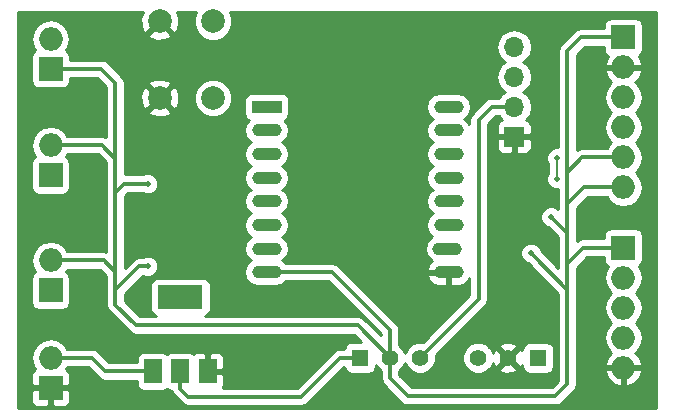
<source format=gbr>
G04 #@! TF.FileFunction,Copper,L2,Bot,Signal*
%FSLAX46Y46*%
G04 Gerber Fmt 4.6, Leading zero omitted, Abs format (unit mm)*
G04 Created by KiCad (PCBNEW 4.0.7-e2-6376~58~ubuntu16.04.1) date Thu Jan 18 15:28:59 2018*
%MOMM*%
%LPD*%
G01*
G04 APERTURE LIST*
%ADD10C,0.100000*%
%ADD11O,1.998980X1.998980*%
%ADD12R,1.998980X1.998980*%
%ADD13R,1.700000X1.700000*%
%ADD14O,1.700000X1.700000*%
%ADD15R,1.397000X1.397000*%
%ADD16C,1.397000*%
%ADD17R,2.500000X1.100000*%
%ADD18O,2.500000X1.100000*%
%ADD19C,2.000000*%
%ADD20R,3.800000X2.000000*%
%ADD21R,1.500000X2.000000*%
%ADD22C,0.508000*%
%ADD23C,0.152400*%
%ADD24C,0.300000*%
%ADD25C,0.254000*%
G04 APERTURE END LIST*
D10*
D11*
X181250000Y-84250000D03*
D12*
X181250000Y-86790000D03*
D11*
X181250000Y-111250000D03*
D12*
X181250000Y-113790000D03*
D11*
X229750000Y-109540000D03*
D12*
X229750000Y-101920000D03*
D11*
X229750000Y-104460000D03*
X229750000Y-107000000D03*
X229750000Y-112080000D03*
X229750000Y-91750000D03*
D12*
X229750000Y-84130000D03*
D11*
X229750000Y-86670000D03*
X229750000Y-89210000D03*
X229750000Y-94290000D03*
X229750000Y-96830000D03*
X181250000Y-93250000D03*
D12*
X181250000Y-95790000D03*
D11*
X181250000Y-103000000D03*
D12*
X181250000Y-105540000D03*
D13*
X220500000Y-92540000D03*
D14*
X220500000Y-90000000D03*
X220500000Y-87460000D03*
X220500000Y-84920000D03*
D15*
X222540000Y-111250000D03*
D16*
X220000000Y-111250000D03*
X217460000Y-111250000D03*
D17*
X199550000Y-90000000D03*
D18*
X199550000Y-92000000D03*
X199550000Y-94000000D03*
X199550000Y-96000000D03*
X199550000Y-98000000D03*
X199550000Y-100000000D03*
X199550000Y-102000000D03*
X199550000Y-104000000D03*
X214950000Y-104000000D03*
X214850000Y-102000000D03*
X214950000Y-100000000D03*
X214950000Y-98000000D03*
X214950000Y-96000000D03*
X214950000Y-94000000D03*
X214950000Y-92000000D03*
X214950000Y-90000000D03*
D15*
X207460000Y-111250000D03*
D16*
X210000000Y-111250000D03*
X212540000Y-111250000D03*
D19*
X190500000Y-82750000D03*
X195000000Y-82750000D03*
X190500000Y-89250000D03*
X195000000Y-89250000D03*
D20*
X192250000Y-106100000D03*
D21*
X192250000Y-112400000D03*
X189950000Y-112400000D03*
X194550000Y-112400000D03*
D22*
X224100000Y-94300000D03*
X224100000Y-96100000D03*
X221900000Y-102400000D03*
X223600000Y-99300000D03*
X189500000Y-103500000D03*
X189500000Y-96500000D03*
X221400000Y-105800000D03*
X194250000Y-98500000D03*
X195000000Y-109750000D03*
X195000000Y-106000000D03*
D23*
X224100000Y-96100000D02*
X224100000Y-94300000D01*
D24*
X222153999Y-102653999D02*
X225000000Y-105500000D01*
X221900000Y-102400000D02*
X222153999Y-102653999D01*
X225000000Y-105300000D02*
X225000000Y-105500000D01*
X225000000Y-105500000D02*
X225000000Y-113500000D01*
X229750000Y-101920000D02*
X226363110Y-101920000D01*
X226363110Y-101920000D02*
X225000000Y-103283110D01*
X225000000Y-103283110D02*
X225000000Y-105300000D01*
X225000000Y-100700000D02*
X225000000Y-105300000D01*
X223600000Y-99300000D02*
X225000000Y-100700000D01*
X225000000Y-113500000D02*
X224000000Y-114500000D01*
X224000000Y-114500000D02*
X211500000Y-114500000D01*
X211500000Y-114500000D02*
X210000000Y-113000000D01*
X210000000Y-113000000D02*
X210000000Y-111250000D01*
X229750000Y-96830000D02*
X226405511Y-96830000D01*
X225000000Y-98235511D02*
X225000000Y-100700000D01*
X226405511Y-96830000D02*
X225000000Y-98235511D01*
X225000000Y-100700000D02*
X225000000Y-98000000D01*
X229750000Y-94290000D02*
X226283855Y-94290000D01*
X226283855Y-94290000D02*
X225000000Y-95573855D01*
X225000000Y-95573855D02*
X225000000Y-98000000D01*
X225000000Y-98000000D02*
X225000000Y-85269696D01*
X225000000Y-85269696D02*
X226139696Y-84130000D01*
X226139696Y-84130000D02*
X229750000Y-84130000D01*
X186750000Y-106750000D02*
X186750000Y-105500000D01*
X186750000Y-105500000D02*
X186750000Y-104000000D01*
X189500000Y-103500000D02*
X188750000Y-103500000D01*
X188750000Y-103500000D02*
X186750000Y-105500000D01*
X189500000Y-96500000D02*
X187513931Y-96500000D01*
X187513931Y-96500000D02*
X186750000Y-97263931D01*
X186750000Y-97263931D02*
X186750000Y-99000000D01*
X186750000Y-104000000D02*
X186750000Y-99000000D01*
X186750000Y-99000000D02*
X186750000Y-97500000D01*
X181250000Y-93250000D02*
X185614601Y-93250000D01*
X185614601Y-93250000D02*
X186750000Y-94385399D01*
X186750000Y-94385399D02*
X186750000Y-97500000D01*
X181250000Y-103000000D02*
X185750000Y-103000000D01*
X185750000Y-103000000D02*
X186750000Y-104000000D01*
X186750000Y-97500000D02*
X186750000Y-88000000D01*
X186750000Y-88000000D02*
X185540000Y-86790000D01*
X185540000Y-86790000D02*
X181250000Y-86790000D01*
X188500000Y-108500000D02*
X186750000Y-106750000D01*
X207250000Y-108500000D02*
X188500000Y-108500000D01*
X210000000Y-111250000D02*
X207250000Y-108500000D01*
X210000000Y-111250000D02*
X210000000Y-108904961D01*
X210000000Y-108904961D02*
X205095039Y-104000000D01*
X205095039Y-104000000D02*
X200250000Y-104000000D01*
X220500000Y-90000000D02*
X218631827Y-90000000D01*
X218631827Y-90000000D02*
X217503125Y-91128702D01*
X217503125Y-91128702D02*
X217503125Y-106286875D01*
X217503125Y-106286875D02*
X213238499Y-110551501D01*
X213238499Y-110551501D02*
X212540000Y-111250000D01*
X184750000Y-111250000D02*
X185900000Y-112400000D01*
X185900000Y-112400000D02*
X189950000Y-112400000D01*
X181250000Y-111250000D02*
X184750000Y-111250000D01*
X192250000Y-112400000D02*
X192250000Y-113882625D01*
X192250000Y-113882625D02*
X192918003Y-114550628D01*
X192918003Y-114550628D02*
X202483484Y-114550628D01*
X202483484Y-114550628D02*
X205784112Y-111250000D01*
X205784112Y-111250000D02*
X207460000Y-111250000D01*
D25*
G36*
X188854092Y-82485461D02*
X188878144Y-83135460D01*
X189080613Y-83624264D01*
X189347468Y-83722927D01*
X190320395Y-82750000D01*
X190306253Y-82735858D01*
X190485858Y-82556253D01*
X190500000Y-82570395D01*
X190514143Y-82556253D01*
X190693748Y-82735858D01*
X190679605Y-82750000D01*
X191652532Y-83722927D01*
X191919387Y-83624264D01*
X192145908Y-83014539D01*
X192121856Y-82364540D01*
X191954290Y-81960000D01*
X193557684Y-81960000D01*
X193365284Y-82423352D01*
X193364716Y-83073795D01*
X193613106Y-83674943D01*
X194072637Y-84135278D01*
X194673352Y-84384716D01*
X195323795Y-84385284D01*
X195924943Y-84136894D01*
X196385278Y-83677363D01*
X196634716Y-83076648D01*
X196635284Y-82426205D01*
X196442651Y-81960000D01*
X232430070Y-81960000D01*
X232509985Y-81975896D01*
X232518448Y-81981551D01*
X232524104Y-81990016D01*
X232540000Y-82069930D01*
X232540000Y-115430070D01*
X232524104Y-115509984D01*
X232518448Y-115518449D01*
X232509985Y-115524104D01*
X232430070Y-115540000D01*
X178569930Y-115540000D01*
X178490016Y-115524104D01*
X178481551Y-115518448D01*
X178475896Y-115509985D01*
X178460000Y-115430070D01*
X178460000Y-114075750D01*
X179615510Y-114075750D01*
X179615510Y-114915799D01*
X179712183Y-115149188D01*
X179890811Y-115327817D01*
X180124200Y-115424490D01*
X180964250Y-115424490D01*
X181123000Y-115265740D01*
X181123000Y-113917000D01*
X181377000Y-113917000D01*
X181377000Y-115265740D01*
X181535750Y-115424490D01*
X182375800Y-115424490D01*
X182609189Y-115327817D01*
X182787817Y-115149188D01*
X182884490Y-114915799D01*
X182884490Y-114075750D01*
X182725740Y-113917000D01*
X181377000Y-113917000D01*
X181123000Y-113917000D01*
X179774260Y-113917000D01*
X179615510Y-114075750D01*
X178460000Y-114075750D01*
X178460000Y-85790510D01*
X179603070Y-85790510D01*
X179603070Y-87789490D01*
X179647348Y-88024807D01*
X179786420Y-88240931D01*
X179998620Y-88385921D01*
X180250510Y-88436930D01*
X182249490Y-88436930D01*
X182484807Y-88392652D01*
X182700931Y-88253580D01*
X182845921Y-88041380D01*
X182896930Y-87789490D01*
X182896930Y-87575000D01*
X185214842Y-87575000D01*
X185965000Y-88325158D01*
X185965000Y-92558159D01*
X185915008Y-92524755D01*
X185614601Y-92465000D01*
X182674889Y-92465000D01*
X182405759Y-92062219D01*
X181875492Y-91707906D01*
X181250000Y-91583488D01*
X180624508Y-91707906D01*
X180094241Y-92062219D01*
X179739928Y-92592486D01*
X179615510Y-93217978D01*
X179615510Y-93282022D01*
X179739928Y-93907514D01*
X179953453Y-94227077D01*
X179799069Y-94326420D01*
X179654079Y-94538620D01*
X179603070Y-94790510D01*
X179603070Y-96789490D01*
X179647348Y-97024807D01*
X179786420Y-97240931D01*
X179998620Y-97385921D01*
X180250510Y-97436930D01*
X182249490Y-97436930D01*
X182484807Y-97392652D01*
X182700931Y-97253580D01*
X182845921Y-97041380D01*
X182896930Y-96789490D01*
X182896930Y-94790510D01*
X182852652Y-94555193D01*
X182713580Y-94339069D01*
X182547527Y-94225610D01*
X182674889Y-94035000D01*
X185289443Y-94035000D01*
X185965000Y-94710557D01*
X185965000Y-102257766D01*
X185750000Y-102215000D01*
X182674889Y-102215000D01*
X182405759Y-101812219D01*
X181875492Y-101457906D01*
X181250000Y-101333488D01*
X180624508Y-101457906D01*
X180094241Y-101812219D01*
X179739928Y-102342486D01*
X179615510Y-102967978D01*
X179615510Y-103032022D01*
X179739928Y-103657514D01*
X179953453Y-103977077D01*
X179799069Y-104076420D01*
X179654079Y-104288620D01*
X179603070Y-104540510D01*
X179603070Y-106539490D01*
X179647348Y-106774807D01*
X179786420Y-106990931D01*
X179998620Y-107135921D01*
X180250510Y-107186930D01*
X182249490Y-107186930D01*
X182484807Y-107142652D01*
X182700931Y-107003580D01*
X182845921Y-106791380D01*
X182896930Y-106539490D01*
X182896930Y-104540510D01*
X182852652Y-104305193D01*
X182713580Y-104089069D01*
X182547527Y-103975610D01*
X182674889Y-103785000D01*
X185424842Y-103785000D01*
X185965000Y-104325158D01*
X185965000Y-106750000D01*
X186024755Y-107050407D01*
X186194921Y-107305079D01*
X187944921Y-109055079D01*
X188199594Y-109225245D01*
X188500000Y-109285000D01*
X206924842Y-109285000D01*
X207543902Y-109904060D01*
X206761500Y-109904060D01*
X206526183Y-109948338D01*
X206310059Y-110087410D01*
X206165069Y-110299610D01*
X206131577Y-110465000D01*
X205784112Y-110465000D01*
X205483706Y-110524755D01*
X205229033Y-110694921D01*
X202158326Y-113765628D01*
X195832397Y-113765628D01*
X195838327Y-113759698D01*
X195935000Y-113526309D01*
X195935000Y-112685750D01*
X195776250Y-112527000D01*
X194677000Y-112527000D01*
X194677000Y-112547000D01*
X194423000Y-112547000D01*
X194423000Y-112527000D01*
X194403000Y-112527000D01*
X194403000Y-112273000D01*
X194423000Y-112273000D01*
X194423000Y-110923750D01*
X194677000Y-110923750D01*
X194677000Y-112273000D01*
X195776250Y-112273000D01*
X195935000Y-112114250D01*
X195935000Y-111273691D01*
X195838327Y-111040302D01*
X195659699Y-110861673D01*
X195426310Y-110765000D01*
X194835750Y-110765000D01*
X194677000Y-110923750D01*
X194423000Y-110923750D01*
X194264250Y-110765000D01*
X193673690Y-110765000D01*
X193440301Y-110861673D01*
X193398340Y-110903634D01*
X193251890Y-110803569D01*
X193000000Y-110752560D01*
X191500000Y-110752560D01*
X191264683Y-110796838D01*
X191098523Y-110903759D01*
X190951890Y-110803569D01*
X190700000Y-110752560D01*
X189200000Y-110752560D01*
X188964683Y-110796838D01*
X188748559Y-110935910D01*
X188603569Y-111148110D01*
X188552560Y-111400000D01*
X188552560Y-111615000D01*
X186225158Y-111615000D01*
X185305079Y-110694921D01*
X185050407Y-110524755D01*
X184750000Y-110465000D01*
X182674889Y-110465000D01*
X182405759Y-110062219D01*
X181875492Y-109707906D01*
X181250000Y-109583488D01*
X180624508Y-109707906D01*
X180094241Y-110062219D01*
X179739928Y-110592486D01*
X179615510Y-111217978D01*
X179615510Y-111282022D01*
X179739928Y-111907514D01*
X179953013Y-112226418D01*
X179890811Y-112252183D01*
X179712183Y-112430812D01*
X179615510Y-112664201D01*
X179615510Y-113504250D01*
X179774260Y-113663000D01*
X181123000Y-113663000D01*
X181123000Y-113643000D01*
X181377000Y-113643000D01*
X181377000Y-113663000D01*
X182725740Y-113663000D01*
X182884490Y-113504250D01*
X182884490Y-112664201D01*
X182787817Y-112430812D01*
X182609189Y-112252183D01*
X182546987Y-112226418D01*
X182674889Y-112035000D01*
X184424842Y-112035000D01*
X185344921Y-112955079D01*
X185599594Y-113125245D01*
X185900000Y-113185001D01*
X185900005Y-113185000D01*
X188552560Y-113185000D01*
X188552560Y-113400000D01*
X188596838Y-113635317D01*
X188735910Y-113851441D01*
X188948110Y-113996431D01*
X189200000Y-114047440D01*
X190700000Y-114047440D01*
X190935317Y-114003162D01*
X191101477Y-113896241D01*
X191248110Y-113996431D01*
X191497691Y-114046972D01*
X191524755Y-114183032D01*
X191694921Y-114437704D01*
X192362924Y-115105707D01*
X192617597Y-115275873D01*
X192918003Y-115335628D01*
X202483484Y-115335628D01*
X202783891Y-115275873D01*
X203038563Y-115105707D01*
X206109270Y-112035000D01*
X206130336Y-112035000D01*
X206158338Y-112183817D01*
X206297410Y-112399941D01*
X206509610Y-112544931D01*
X206761500Y-112595940D01*
X208158500Y-112595940D01*
X208393817Y-112551662D01*
X208609941Y-112412590D01*
X208754931Y-112200390D01*
X208805940Y-111948500D01*
X208805940Y-111852116D01*
X208868854Y-112004380D01*
X209215000Y-112351130D01*
X209215000Y-113000000D01*
X209274755Y-113300407D01*
X209444921Y-113555079D01*
X210944921Y-115055079D01*
X211199593Y-115225245D01*
X211500000Y-115285000D01*
X224000000Y-115285000D01*
X224300407Y-115225245D01*
X224555079Y-115055079D01*
X225555079Y-114055079D01*
X225725245Y-113800406D01*
X225785001Y-113500000D01*
X225785000Y-113499995D01*
X225785000Y-112460355D01*
X228160373Y-112460355D01*
X228426932Y-113039726D01*
X228894916Y-113472987D01*
X229369646Y-113669619D01*
X229623000Y-113550265D01*
X229623000Y-112207000D01*
X229877000Y-112207000D01*
X229877000Y-113550265D01*
X230130354Y-113669619D01*
X230605084Y-113472987D01*
X231073068Y-113039726D01*
X231339627Y-112460355D01*
X231220807Y-112207000D01*
X229877000Y-112207000D01*
X229623000Y-112207000D01*
X228279193Y-112207000D01*
X228160373Y-112460355D01*
X225785000Y-112460355D01*
X225785000Y-103608268D01*
X226688268Y-102705000D01*
X228103070Y-102705000D01*
X228103070Y-102919490D01*
X228147348Y-103154807D01*
X228286420Y-103370931D01*
X228452473Y-103484390D01*
X228239928Y-103802486D01*
X228115510Y-104427978D01*
X228115510Y-104492022D01*
X228239928Y-105117514D01*
X228594241Y-105647781D01*
X228717290Y-105730000D01*
X228594241Y-105812219D01*
X228239928Y-106342486D01*
X228115510Y-106967978D01*
X228115510Y-107032022D01*
X228239928Y-107657514D01*
X228594241Y-108187781D01*
X228717290Y-108270000D01*
X228594241Y-108352219D01*
X228239928Y-108882486D01*
X228115510Y-109507978D01*
X228115510Y-109572022D01*
X228239928Y-110197514D01*
X228594241Y-110727781D01*
X228743300Y-110827379D01*
X228426932Y-111120274D01*
X228160373Y-111699645D01*
X228279193Y-111953000D01*
X229623000Y-111953000D01*
X229623000Y-111933000D01*
X229877000Y-111933000D01*
X229877000Y-111953000D01*
X231220807Y-111953000D01*
X231339627Y-111699645D01*
X231073068Y-111120274D01*
X230756700Y-110827379D01*
X230905759Y-110727781D01*
X231260072Y-110197514D01*
X231384490Y-109572022D01*
X231384490Y-109507978D01*
X231260072Y-108882486D01*
X230905759Y-108352219D01*
X230782710Y-108270000D01*
X230905759Y-108187781D01*
X231260072Y-107657514D01*
X231384490Y-107032022D01*
X231384490Y-106967978D01*
X231260072Y-106342486D01*
X230905759Y-105812219D01*
X230782710Y-105730000D01*
X230905759Y-105647781D01*
X231260072Y-105117514D01*
X231384490Y-104492022D01*
X231384490Y-104427978D01*
X231260072Y-103802486D01*
X231046547Y-103482923D01*
X231200931Y-103383580D01*
X231345921Y-103171380D01*
X231396930Y-102919490D01*
X231396930Y-100920510D01*
X231352652Y-100685193D01*
X231213580Y-100469069D01*
X231001380Y-100324079D01*
X230749490Y-100273070D01*
X228750510Y-100273070D01*
X228515193Y-100317348D01*
X228299069Y-100456420D01*
X228154079Y-100668620D01*
X228103070Y-100920510D01*
X228103070Y-101135000D01*
X226363110Y-101135000D01*
X226062704Y-101194755D01*
X225808031Y-101364921D01*
X225785000Y-101387952D01*
X225785000Y-98560669D01*
X226730669Y-97615000D01*
X228325111Y-97615000D01*
X228594241Y-98017781D01*
X229124508Y-98372094D01*
X229750000Y-98496512D01*
X230375492Y-98372094D01*
X230905759Y-98017781D01*
X231260072Y-97487514D01*
X231384490Y-96862022D01*
X231384490Y-96797978D01*
X231260072Y-96172486D01*
X230905759Y-95642219D01*
X230782710Y-95560000D01*
X230905759Y-95477781D01*
X231260072Y-94947514D01*
X231384490Y-94322022D01*
X231384490Y-94257978D01*
X231260072Y-93632486D01*
X230905759Y-93102219D01*
X230782710Y-93020000D01*
X230905759Y-92937781D01*
X231260072Y-92407514D01*
X231384490Y-91782022D01*
X231384490Y-91717978D01*
X231260072Y-91092486D01*
X230905759Y-90562219D01*
X230782710Y-90480000D01*
X230905759Y-90397781D01*
X231260072Y-89867514D01*
X231384490Y-89242022D01*
X231384490Y-89177978D01*
X231260072Y-88552486D01*
X230905759Y-88022219D01*
X230756700Y-87922621D01*
X231073068Y-87629726D01*
X231339627Y-87050355D01*
X231220807Y-86797000D01*
X229877000Y-86797000D01*
X229877000Y-86817000D01*
X229623000Y-86817000D01*
X229623000Y-86797000D01*
X228279193Y-86797000D01*
X228160373Y-87050355D01*
X228426932Y-87629726D01*
X228743300Y-87922621D01*
X228594241Y-88022219D01*
X228239928Y-88552486D01*
X228115510Y-89177978D01*
X228115510Y-89242022D01*
X228239928Y-89867514D01*
X228594241Y-90397781D01*
X228717290Y-90480000D01*
X228594241Y-90562219D01*
X228239928Y-91092486D01*
X228115510Y-91717978D01*
X228115510Y-91782022D01*
X228239928Y-92407514D01*
X228594241Y-92937781D01*
X228717290Y-93020000D01*
X228594241Y-93102219D01*
X228325111Y-93505000D01*
X226283855Y-93505000D01*
X225983448Y-93564755D01*
X225785000Y-93697353D01*
X225785000Y-85594854D01*
X226464853Y-84915000D01*
X228103070Y-84915000D01*
X228103070Y-85129490D01*
X228147348Y-85364807D01*
X228286420Y-85580931D01*
X228447649Y-85691094D01*
X228426932Y-85710274D01*
X228160373Y-86289645D01*
X228279193Y-86543000D01*
X229623000Y-86543000D01*
X229623000Y-86523000D01*
X229877000Y-86523000D01*
X229877000Y-86543000D01*
X231220807Y-86543000D01*
X231339627Y-86289645D01*
X231073068Y-85710274D01*
X231051137Y-85689970D01*
X231200931Y-85593580D01*
X231345921Y-85381380D01*
X231396930Y-85129490D01*
X231396930Y-83130510D01*
X231352652Y-82895193D01*
X231213580Y-82679069D01*
X231001380Y-82534079D01*
X230749490Y-82483070D01*
X228750510Y-82483070D01*
X228515193Y-82527348D01*
X228299069Y-82666420D01*
X228154079Y-82878620D01*
X228103070Y-83130510D01*
X228103070Y-83345000D01*
X226139701Y-83345000D01*
X226139696Y-83344999D01*
X225839290Y-83404755D01*
X225584617Y-83574921D01*
X225584615Y-83574924D01*
X224444921Y-84714617D01*
X224274755Y-84969289D01*
X224274755Y-84969290D01*
X224215000Y-85269696D01*
X224215000Y-93411099D01*
X223923943Y-93410846D01*
X223597080Y-93545903D01*
X223346782Y-93795764D01*
X223211154Y-94122391D01*
X223210846Y-94476057D01*
X223345903Y-94802920D01*
X223388800Y-94845892D01*
X223388800Y-95553819D01*
X223346782Y-95595764D01*
X223211154Y-95922391D01*
X223210846Y-96276057D01*
X223345903Y-96602920D01*
X223595764Y-96853218D01*
X223922391Y-96988846D01*
X224215000Y-96989101D01*
X224215000Y-98657740D01*
X224104236Y-98546782D01*
X223777609Y-98411154D01*
X223423943Y-98410846D01*
X223097080Y-98545903D01*
X222846782Y-98795764D01*
X222711154Y-99122391D01*
X222710846Y-99476057D01*
X222845903Y-99802920D01*
X223095764Y-100053218D01*
X223347655Y-100157813D01*
X224215000Y-101025158D01*
X224215000Y-103604842D01*
X222757505Y-102147347D01*
X222654097Y-101897080D01*
X222404236Y-101646782D01*
X222077609Y-101511154D01*
X221723943Y-101510846D01*
X221397080Y-101645903D01*
X221146782Y-101895764D01*
X221011154Y-102222391D01*
X221010846Y-102576057D01*
X221145903Y-102902920D01*
X221395764Y-103153218D01*
X221647655Y-103257813D01*
X224215000Y-105825158D01*
X224215000Y-113174842D01*
X223674842Y-113715000D01*
X211825158Y-113715000D01*
X210785000Y-112674842D01*
X210785000Y-112350579D01*
X211129827Y-112006353D01*
X211270094Y-111668554D01*
X211408854Y-112004380D01*
X211783647Y-112379827D01*
X212273587Y-112583268D01*
X212804086Y-112583731D01*
X213294380Y-112381146D01*
X213669827Y-112006353D01*
X213873268Y-111516413D01*
X213873270Y-111514086D01*
X216126269Y-111514086D01*
X216328854Y-112004380D01*
X216703647Y-112379827D01*
X217193587Y-112583268D01*
X217724086Y-112583731D01*
X218214380Y-112381146D01*
X218411681Y-112184188D01*
X219245417Y-112184188D01*
X219307071Y-112419800D01*
X219807480Y-112595927D01*
X220337199Y-112567148D01*
X220692929Y-112419800D01*
X220754583Y-112184188D01*
X220000000Y-111429605D01*
X219245417Y-112184188D01*
X218411681Y-112184188D01*
X218589827Y-112006353D01*
X218723314Y-111684882D01*
X218830200Y-111942929D01*
X219065812Y-112004583D01*
X219820395Y-111250000D01*
X220179605Y-111250000D01*
X220934188Y-112004583D01*
X221169800Y-111942929D01*
X221194060Y-111874002D01*
X221194060Y-111948500D01*
X221238338Y-112183817D01*
X221377410Y-112399941D01*
X221589610Y-112544931D01*
X221841500Y-112595940D01*
X223238500Y-112595940D01*
X223473817Y-112551662D01*
X223689941Y-112412590D01*
X223834931Y-112200390D01*
X223885940Y-111948500D01*
X223885940Y-110551500D01*
X223841662Y-110316183D01*
X223702590Y-110100059D01*
X223490390Y-109955069D01*
X223238500Y-109904060D01*
X221841500Y-109904060D01*
X221606183Y-109948338D01*
X221390059Y-110087410D01*
X221245069Y-110299610D01*
X221194060Y-110551500D01*
X221194060Y-110615640D01*
X221169800Y-110557071D01*
X220934188Y-110495417D01*
X220179605Y-111250000D01*
X219820395Y-111250000D01*
X219065812Y-110495417D01*
X218830200Y-110557071D01*
X218731917Y-110836312D01*
X218591146Y-110495620D01*
X218411652Y-110315812D01*
X219245417Y-110315812D01*
X220000000Y-111070395D01*
X220754583Y-110315812D01*
X220692929Y-110080200D01*
X220192520Y-109904073D01*
X219662801Y-109932852D01*
X219307071Y-110080200D01*
X219245417Y-110315812D01*
X218411652Y-110315812D01*
X218216353Y-110120173D01*
X217726413Y-109916732D01*
X217195914Y-109916269D01*
X216705620Y-110118854D01*
X216330173Y-110493647D01*
X216126732Y-110983587D01*
X216126269Y-111514086D01*
X213873270Y-111514086D01*
X213873696Y-111026462D01*
X218058204Y-106841954D01*
X218228370Y-106587281D01*
X218288125Y-106286875D01*
X218288125Y-92825750D01*
X219015000Y-92825750D01*
X219015000Y-93516310D01*
X219111673Y-93749699D01*
X219290302Y-93928327D01*
X219523691Y-94025000D01*
X220214250Y-94025000D01*
X220373000Y-93866250D01*
X220373000Y-92667000D01*
X220627000Y-92667000D01*
X220627000Y-93866250D01*
X220785750Y-94025000D01*
X221476309Y-94025000D01*
X221709698Y-93928327D01*
X221888327Y-93749699D01*
X221985000Y-93516310D01*
X221985000Y-92825750D01*
X221826250Y-92667000D01*
X220627000Y-92667000D01*
X220373000Y-92667000D01*
X219173750Y-92667000D01*
X219015000Y-92825750D01*
X218288125Y-92825750D01*
X218288125Y-91453860D01*
X218956985Y-90785000D01*
X219243750Y-90785000D01*
X219420853Y-91050054D01*
X219464777Y-91079403D01*
X219290302Y-91151673D01*
X219111673Y-91330301D01*
X219015000Y-91563690D01*
X219015000Y-92254250D01*
X219173750Y-92413000D01*
X220373000Y-92413000D01*
X220373000Y-92393000D01*
X220627000Y-92393000D01*
X220627000Y-92413000D01*
X221826250Y-92413000D01*
X221985000Y-92254250D01*
X221985000Y-91563690D01*
X221888327Y-91330301D01*
X221709698Y-91151673D01*
X221535223Y-91079403D01*
X221579147Y-91050054D01*
X221901054Y-90568285D01*
X222014093Y-90000000D01*
X221901054Y-89431715D01*
X221579147Y-88949946D01*
X221249974Y-88730000D01*
X221579147Y-88510054D01*
X221901054Y-88028285D01*
X222014093Y-87460000D01*
X221901054Y-86891715D01*
X221579147Y-86409946D01*
X221249974Y-86190000D01*
X221579147Y-85970054D01*
X221901054Y-85488285D01*
X222014093Y-84920000D01*
X221901054Y-84351715D01*
X221579147Y-83869946D01*
X221097378Y-83548039D01*
X220529093Y-83435000D01*
X220470907Y-83435000D01*
X219902622Y-83548039D01*
X219420853Y-83869946D01*
X219098946Y-84351715D01*
X218985907Y-84920000D01*
X219098946Y-85488285D01*
X219420853Y-85970054D01*
X219750026Y-86190000D01*
X219420853Y-86409946D01*
X219098946Y-86891715D01*
X218985907Y-87460000D01*
X219098946Y-88028285D01*
X219420853Y-88510054D01*
X219750026Y-88730000D01*
X219420853Y-88949946D01*
X219243750Y-89215000D01*
X218631827Y-89215000D01*
X218331421Y-89274755D01*
X218076748Y-89444921D01*
X216948046Y-90573623D01*
X216777880Y-90828295D01*
X216777880Y-90828296D01*
X216718125Y-91128702D01*
X216718125Y-91451334D01*
X216524851Y-91162078D01*
X216282283Y-91000000D01*
X216524851Y-90837922D01*
X216781726Y-90453480D01*
X216871929Y-90000000D01*
X216781726Y-89546520D01*
X216524851Y-89162078D01*
X216140409Y-88905203D01*
X215686929Y-88815000D01*
X214213071Y-88815000D01*
X213759591Y-88905203D01*
X213375149Y-89162078D01*
X213118274Y-89546520D01*
X213028071Y-90000000D01*
X213118274Y-90453480D01*
X213375149Y-90837922D01*
X213617717Y-91000000D01*
X213375149Y-91162078D01*
X213118274Y-91546520D01*
X213028071Y-92000000D01*
X213118274Y-92453480D01*
X213375149Y-92837922D01*
X213617717Y-93000000D01*
X213375149Y-93162078D01*
X213118274Y-93546520D01*
X213028071Y-94000000D01*
X213118274Y-94453480D01*
X213375149Y-94837922D01*
X213617717Y-95000000D01*
X213375149Y-95162078D01*
X213118274Y-95546520D01*
X213028071Y-96000000D01*
X213118274Y-96453480D01*
X213375149Y-96837922D01*
X213617717Y-97000000D01*
X213375149Y-97162078D01*
X213118274Y-97546520D01*
X213028071Y-98000000D01*
X213118274Y-98453480D01*
X213375149Y-98837922D01*
X213617717Y-99000000D01*
X213375149Y-99162078D01*
X213118274Y-99546520D01*
X213028071Y-100000000D01*
X213118274Y-100453480D01*
X213375149Y-100837922D01*
X213567717Y-100966591D01*
X213275149Y-101162078D01*
X213018274Y-101546520D01*
X212928071Y-102000000D01*
X213018274Y-102453480D01*
X213275149Y-102837922D01*
X213576691Y-103039405D01*
X213322276Y-103251882D01*
X213106602Y-103663854D01*
X213106197Y-103690256D01*
X213231639Y-103873000D01*
X214823000Y-103873000D01*
X214823000Y-103853000D01*
X215077000Y-103853000D01*
X215077000Y-103873000D01*
X215097000Y-103873000D01*
X215097000Y-104127000D01*
X215077000Y-104127000D01*
X215077000Y-105185000D01*
X215777000Y-105185000D01*
X216220813Y-105046196D01*
X216577724Y-104748118D01*
X216718125Y-104479930D01*
X216718125Y-105961717D01*
X212763148Y-109916694D01*
X212275914Y-109916269D01*
X211785620Y-110118854D01*
X211410173Y-110493647D01*
X211269906Y-110831446D01*
X211131146Y-110495620D01*
X210785000Y-110148870D01*
X210785000Y-108904961D01*
X210725245Y-108604555D01*
X210725245Y-108604554D01*
X210555079Y-108349882D01*
X206514941Y-104309744D01*
X213106197Y-104309744D01*
X213106602Y-104336146D01*
X213322276Y-104748118D01*
X213679187Y-105046196D01*
X214123000Y-105185000D01*
X214823000Y-105185000D01*
X214823000Y-104127000D01*
X213231639Y-104127000D01*
X213106197Y-104309744D01*
X206514941Y-104309744D01*
X205650118Y-103444921D01*
X205395446Y-103274755D01*
X205095039Y-103215000D01*
X201160212Y-103215000D01*
X201124851Y-103162078D01*
X200882283Y-103000000D01*
X201124851Y-102837922D01*
X201381726Y-102453480D01*
X201471929Y-102000000D01*
X201381726Y-101546520D01*
X201124851Y-101162078D01*
X200882283Y-101000000D01*
X201124851Y-100837922D01*
X201381726Y-100453480D01*
X201471929Y-100000000D01*
X201381726Y-99546520D01*
X201124851Y-99162078D01*
X200882283Y-99000000D01*
X201124851Y-98837922D01*
X201381726Y-98453480D01*
X201471929Y-98000000D01*
X201381726Y-97546520D01*
X201124851Y-97162078D01*
X200882283Y-97000000D01*
X201124851Y-96837922D01*
X201381726Y-96453480D01*
X201471929Y-96000000D01*
X201381726Y-95546520D01*
X201124851Y-95162078D01*
X200882283Y-95000000D01*
X201124851Y-94837922D01*
X201381726Y-94453480D01*
X201471929Y-94000000D01*
X201381726Y-93546520D01*
X201124851Y-93162078D01*
X200882283Y-93000000D01*
X201124851Y-92837922D01*
X201381726Y-92453480D01*
X201471929Y-92000000D01*
X201381726Y-91546520D01*
X201124851Y-91162078D01*
X201074129Y-91128187D01*
X201251441Y-91014090D01*
X201396431Y-90801890D01*
X201447440Y-90550000D01*
X201447440Y-89450000D01*
X201403162Y-89214683D01*
X201264090Y-88998559D01*
X201051890Y-88853569D01*
X200800000Y-88802560D01*
X198300000Y-88802560D01*
X198064683Y-88846838D01*
X197848559Y-88985910D01*
X197703569Y-89198110D01*
X197652560Y-89450000D01*
X197652560Y-90550000D01*
X197696838Y-90785317D01*
X197835910Y-91001441D01*
X198023615Y-91129694D01*
X197975149Y-91162078D01*
X197718274Y-91546520D01*
X197628071Y-92000000D01*
X197718274Y-92453480D01*
X197975149Y-92837922D01*
X198217717Y-93000000D01*
X197975149Y-93162078D01*
X197718274Y-93546520D01*
X197628071Y-94000000D01*
X197718274Y-94453480D01*
X197975149Y-94837922D01*
X198217717Y-95000000D01*
X197975149Y-95162078D01*
X197718274Y-95546520D01*
X197628071Y-96000000D01*
X197718274Y-96453480D01*
X197975149Y-96837922D01*
X198217717Y-97000000D01*
X197975149Y-97162078D01*
X197718274Y-97546520D01*
X197628071Y-98000000D01*
X197718274Y-98453480D01*
X197975149Y-98837922D01*
X198217717Y-99000000D01*
X197975149Y-99162078D01*
X197718274Y-99546520D01*
X197628071Y-100000000D01*
X197718274Y-100453480D01*
X197975149Y-100837922D01*
X198217717Y-101000000D01*
X197975149Y-101162078D01*
X197718274Y-101546520D01*
X197628071Y-102000000D01*
X197718274Y-102453480D01*
X197975149Y-102837922D01*
X198217717Y-103000000D01*
X197975149Y-103162078D01*
X197718274Y-103546520D01*
X197628071Y-104000000D01*
X197718274Y-104453480D01*
X197975149Y-104837922D01*
X198359591Y-105094797D01*
X198813071Y-105185000D01*
X200286929Y-105185000D01*
X200740409Y-105094797D01*
X201124851Y-104837922D01*
X201160212Y-104785000D01*
X204769881Y-104785000D01*
X209215000Y-109230119D01*
X209215000Y-109354842D01*
X207805079Y-107944921D01*
X207550407Y-107774755D01*
X207250000Y-107715000D01*
X194322404Y-107715000D01*
X194385317Y-107703162D01*
X194601441Y-107564090D01*
X194746431Y-107351890D01*
X194797440Y-107100000D01*
X194797440Y-105100000D01*
X194753162Y-104864683D01*
X194614090Y-104648559D01*
X194401890Y-104503569D01*
X194150000Y-104452560D01*
X190350000Y-104452560D01*
X190114683Y-104496838D01*
X189898559Y-104635910D01*
X189753569Y-104848110D01*
X189702560Y-105100000D01*
X189702560Y-107100000D01*
X189746838Y-107335317D01*
X189885910Y-107551441D01*
X190098110Y-107696431D01*
X190189806Y-107715000D01*
X188825158Y-107715000D01*
X187535000Y-106424842D01*
X187535000Y-105825158D01*
X189074320Y-104285838D01*
X189322391Y-104388846D01*
X189676057Y-104389154D01*
X190002920Y-104254097D01*
X190253218Y-104004236D01*
X190388846Y-103677609D01*
X190389154Y-103323943D01*
X190254097Y-102997080D01*
X190004236Y-102746782D01*
X189677609Y-102611154D01*
X189323943Y-102610846D01*
X189071871Y-102715000D01*
X188750000Y-102715000D01*
X188449593Y-102774755D01*
X188194921Y-102944921D01*
X187535000Y-103604842D01*
X187535000Y-97589089D01*
X187839089Y-97285000D01*
X189072303Y-97285000D01*
X189322391Y-97388846D01*
X189676057Y-97389154D01*
X190002920Y-97254097D01*
X190253218Y-97004236D01*
X190388846Y-96677609D01*
X190389154Y-96323943D01*
X190254097Y-95997080D01*
X190004236Y-95746782D01*
X189677609Y-95611154D01*
X189323943Y-95610846D01*
X189071871Y-95715000D01*
X187535000Y-95715000D01*
X187535000Y-90402532D01*
X189527073Y-90402532D01*
X189625736Y-90669387D01*
X190235461Y-90895908D01*
X190885460Y-90871856D01*
X191374264Y-90669387D01*
X191472927Y-90402532D01*
X190500000Y-89429605D01*
X189527073Y-90402532D01*
X187535000Y-90402532D01*
X187535000Y-88985461D01*
X188854092Y-88985461D01*
X188878144Y-89635460D01*
X189080613Y-90124264D01*
X189347468Y-90222927D01*
X190320395Y-89250000D01*
X190679605Y-89250000D01*
X191652532Y-90222927D01*
X191919387Y-90124264D01*
X192123893Y-89573795D01*
X193364716Y-89573795D01*
X193613106Y-90174943D01*
X194072637Y-90635278D01*
X194673352Y-90884716D01*
X195323795Y-90885284D01*
X195924943Y-90636894D01*
X196385278Y-90177363D01*
X196634716Y-89576648D01*
X196635284Y-88926205D01*
X196386894Y-88325057D01*
X195927363Y-87864722D01*
X195326648Y-87615284D01*
X194676205Y-87614716D01*
X194075057Y-87863106D01*
X193614722Y-88322637D01*
X193365284Y-88923352D01*
X193364716Y-89573795D01*
X192123893Y-89573795D01*
X192145908Y-89514539D01*
X192121856Y-88864540D01*
X191919387Y-88375736D01*
X191652532Y-88277073D01*
X190679605Y-89250000D01*
X190320395Y-89250000D01*
X189347468Y-88277073D01*
X189080613Y-88375736D01*
X188854092Y-88985461D01*
X187535000Y-88985461D01*
X187535000Y-88097468D01*
X189527073Y-88097468D01*
X190500000Y-89070395D01*
X191472927Y-88097468D01*
X191374264Y-87830613D01*
X190764539Y-87604092D01*
X190114540Y-87628144D01*
X189625736Y-87830613D01*
X189527073Y-88097468D01*
X187535000Y-88097468D01*
X187535000Y-88000000D01*
X187475245Y-87699594D01*
X187305079Y-87444921D01*
X186095079Y-86234921D01*
X185840407Y-86064755D01*
X185540000Y-86005000D01*
X182896930Y-86005000D01*
X182896930Y-85790510D01*
X182852652Y-85555193D01*
X182713580Y-85339069D01*
X182547527Y-85225610D01*
X182760072Y-84907514D01*
X182884490Y-84282022D01*
X182884490Y-84217978D01*
X182821744Y-83902532D01*
X189527073Y-83902532D01*
X189625736Y-84169387D01*
X190235461Y-84395908D01*
X190885460Y-84371856D01*
X191374264Y-84169387D01*
X191472927Y-83902532D01*
X190500000Y-82929605D01*
X189527073Y-83902532D01*
X182821744Y-83902532D01*
X182760072Y-83592486D01*
X182405759Y-83062219D01*
X181875492Y-82707906D01*
X181250000Y-82583488D01*
X180624508Y-82707906D01*
X180094241Y-83062219D01*
X179739928Y-83592486D01*
X179615510Y-84217978D01*
X179615510Y-84282022D01*
X179739928Y-84907514D01*
X179953453Y-85227077D01*
X179799069Y-85326420D01*
X179654079Y-85538620D01*
X179603070Y-85790510D01*
X178460000Y-85790510D01*
X178460000Y-82069930D01*
X178475896Y-81990015D01*
X178481551Y-81981552D01*
X178490016Y-81975896D01*
X178569930Y-81960000D01*
X189049308Y-81960000D01*
X188854092Y-82485461D01*
X188854092Y-82485461D01*
G37*
X188854092Y-82485461D02*
X188878144Y-83135460D01*
X189080613Y-83624264D01*
X189347468Y-83722927D01*
X190320395Y-82750000D01*
X190306253Y-82735858D01*
X190485858Y-82556253D01*
X190500000Y-82570395D01*
X190514143Y-82556253D01*
X190693748Y-82735858D01*
X190679605Y-82750000D01*
X191652532Y-83722927D01*
X191919387Y-83624264D01*
X192145908Y-83014539D01*
X192121856Y-82364540D01*
X191954290Y-81960000D01*
X193557684Y-81960000D01*
X193365284Y-82423352D01*
X193364716Y-83073795D01*
X193613106Y-83674943D01*
X194072637Y-84135278D01*
X194673352Y-84384716D01*
X195323795Y-84385284D01*
X195924943Y-84136894D01*
X196385278Y-83677363D01*
X196634716Y-83076648D01*
X196635284Y-82426205D01*
X196442651Y-81960000D01*
X232430070Y-81960000D01*
X232509985Y-81975896D01*
X232518448Y-81981551D01*
X232524104Y-81990016D01*
X232540000Y-82069930D01*
X232540000Y-115430070D01*
X232524104Y-115509984D01*
X232518448Y-115518449D01*
X232509985Y-115524104D01*
X232430070Y-115540000D01*
X178569930Y-115540000D01*
X178490016Y-115524104D01*
X178481551Y-115518448D01*
X178475896Y-115509985D01*
X178460000Y-115430070D01*
X178460000Y-114075750D01*
X179615510Y-114075750D01*
X179615510Y-114915799D01*
X179712183Y-115149188D01*
X179890811Y-115327817D01*
X180124200Y-115424490D01*
X180964250Y-115424490D01*
X181123000Y-115265740D01*
X181123000Y-113917000D01*
X181377000Y-113917000D01*
X181377000Y-115265740D01*
X181535750Y-115424490D01*
X182375800Y-115424490D01*
X182609189Y-115327817D01*
X182787817Y-115149188D01*
X182884490Y-114915799D01*
X182884490Y-114075750D01*
X182725740Y-113917000D01*
X181377000Y-113917000D01*
X181123000Y-113917000D01*
X179774260Y-113917000D01*
X179615510Y-114075750D01*
X178460000Y-114075750D01*
X178460000Y-85790510D01*
X179603070Y-85790510D01*
X179603070Y-87789490D01*
X179647348Y-88024807D01*
X179786420Y-88240931D01*
X179998620Y-88385921D01*
X180250510Y-88436930D01*
X182249490Y-88436930D01*
X182484807Y-88392652D01*
X182700931Y-88253580D01*
X182845921Y-88041380D01*
X182896930Y-87789490D01*
X182896930Y-87575000D01*
X185214842Y-87575000D01*
X185965000Y-88325158D01*
X185965000Y-92558159D01*
X185915008Y-92524755D01*
X185614601Y-92465000D01*
X182674889Y-92465000D01*
X182405759Y-92062219D01*
X181875492Y-91707906D01*
X181250000Y-91583488D01*
X180624508Y-91707906D01*
X180094241Y-92062219D01*
X179739928Y-92592486D01*
X179615510Y-93217978D01*
X179615510Y-93282022D01*
X179739928Y-93907514D01*
X179953453Y-94227077D01*
X179799069Y-94326420D01*
X179654079Y-94538620D01*
X179603070Y-94790510D01*
X179603070Y-96789490D01*
X179647348Y-97024807D01*
X179786420Y-97240931D01*
X179998620Y-97385921D01*
X180250510Y-97436930D01*
X182249490Y-97436930D01*
X182484807Y-97392652D01*
X182700931Y-97253580D01*
X182845921Y-97041380D01*
X182896930Y-96789490D01*
X182896930Y-94790510D01*
X182852652Y-94555193D01*
X182713580Y-94339069D01*
X182547527Y-94225610D01*
X182674889Y-94035000D01*
X185289443Y-94035000D01*
X185965000Y-94710557D01*
X185965000Y-102257766D01*
X185750000Y-102215000D01*
X182674889Y-102215000D01*
X182405759Y-101812219D01*
X181875492Y-101457906D01*
X181250000Y-101333488D01*
X180624508Y-101457906D01*
X180094241Y-101812219D01*
X179739928Y-102342486D01*
X179615510Y-102967978D01*
X179615510Y-103032022D01*
X179739928Y-103657514D01*
X179953453Y-103977077D01*
X179799069Y-104076420D01*
X179654079Y-104288620D01*
X179603070Y-104540510D01*
X179603070Y-106539490D01*
X179647348Y-106774807D01*
X179786420Y-106990931D01*
X179998620Y-107135921D01*
X180250510Y-107186930D01*
X182249490Y-107186930D01*
X182484807Y-107142652D01*
X182700931Y-107003580D01*
X182845921Y-106791380D01*
X182896930Y-106539490D01*
X182896930Y-104540510D01*
X182852652Y-104305193D01*
X182713580Y-104089069D01*
X182547527Y-103975610D01*
X182674889Y-103785000D01*
X185424842Y-103785000D01*
X185965000Y-104325158D01*
X185965000Y-106750000D01*
X186024755Y-107050407D01*
X186194921Y-107305079D01*
X187944921Y-109055079D01*
X188199594Y-109225245D01*
X188500000Y-109285000D01*
X206924842Y-109285000D01*
X207543902Y-109904060D01*
X206761500Y-109904060D01*
X206526183Y-109948338D01*
X206310059Y-110087410D01*
X206165069Y-110299610D01*
X206131577Y-110465000D01*
X205784112Y-110465000D01*
X205483706Y-110524755D01*
X205229033Y-110694921D01*
X202158326Y-113765628D01*
X195832397Y-113765628D01*
X195838327Y-113759698D01*
X195935000Y-113526309D01*
X195935000Y-112685750D01*
X195776250Y-112527000D01*
X194677000Y-112527000D01*
X194677000Y-112547000D01*
X194423000Y-112547000D01*
X194423000Y-112527000D01*
X194403000Y-112527000D01*
X194403000Y-112273000D01*
X194423000Y-112273000D01*
X194423000Y-110923750D01*
X194677000Y-110923750D01*
X194677000Y-112273000D01*
X195776250Y-112273000D01*
X195935000Y-112114250D01*
X195935000Y-111273691D01*
X195838327Y-111040302D01*
X195659699Y-110861673D01*
X195426310Y-110765000D01*
X194835750Y-110765000D01*
X194677000Y-110923750D01*
X194423000Y-110923750D01*
X194264250Y-110765000D01*
X193673690Y-110765000D01*
X193440301Y-110861673D01*
X193398340Y-110903634D01*
X193251890Y-110803569D01*
X193000000Y-110752560D01*
X191500000Y-110752560D01*
X191264683Y-110796838D01*
X191098523Y-110903759D01*
X190951890Y-110803569D01*
X190700000Y-110752560D01*
X189200000Y-110752560D01*
X188964683Y-110796838D01*
X188748559Y-110935910D01*
X188603569Y-111148110D01*
X188552560Y-111400000D01*
X188552560Y-111615000D01*
X186225158Y-111615000D01*
X185305079Y-110694921D01*
X185050407Y-110524755D01*
X184750000Y-110465000D01*
X182674889Y-110465000D01*
X182405759Y-110062219D01*
X181875492Y-109707906D01*
X181250000Y-109583488D01*
X180624508Y-109707906D01*
X180094241Y-110062219D01*
X179739928Y-110592486D01*
X179615510Y-111217978D01*
X179615510Y-111282022D01*
X179739928Y-111907514D01*
X179953013Y-112226418D01*
X179890811Y-112252183D01*
X179712183Y-112430812D01*
X179615510Y-112664201D01*
X179615510Y-113504250D01*
X179774260Y-113663000D01*
X181123000Y-113663000D01*
X181123000Y-113643000D01*
X181377000Y-113643000D01*
X181377000Y-113663000D01*
X182725740Y-113663000D01*
X182884490Y-113504250D01*
X182884490Y-112664201D01*
X182787817Y-112430812D01*
X182609189Y-112252183D01*
X182546987Y-112226418D01*
X182674889Y-112035000D01*
X184424842Y-112035000D01*
X185344921Y-112955079D01*
X185599594Y-113125245D01*
X185900000Y-113185001D01*
X185900005Y-113185000D01*
X188552560Y-113185000D01*
X188552560Y-113400000D01*
X188596838Y-113635317D01*
X188735910Y-113851441D01*
X188948110Y-113996431D01*
X189200000Y-114047440D01*
X190700000Y-114047440D01*
X190935317Y-114003162D01*
X191101477Y-113896241D01*
X191248110Y-113996431D01*
X191497691Y-114046972D01*
X191524755Y-114183032D01*
X191694921Y-114437704D01*
X192362924Y-115105707D01*
X192617597Y-115275873D01*
X192918003Y-115335628D01*
X202483484Y-115335628D01*
X202783891Y-115275873D01*
X203038563Y-115105707D01*
X206109270Y-112035000D01*
X206130336Y-112035000D01*
X206158338Y-112183817D01*
X206297410Y-112399941D01*
X206509610Y-112544931D01*
X206761500Y-112595940D01*
X208158500Y-112595940D01*
X208393817Y-112551662D01*
X208609941Y-112412590D01*
X208754931Y-112200390D01*
X208805940Y-111948500D01*
X208805940Y-111852116D01*
X208868854Y-112004380D01*
X209215000Y-112351130D01*
X209215000Y-113000000D01*
X209274755Y-113300407D01*
X209444921Y-113555079D01*
X210944921Y-115055079D01*
X211199593Y-115225245D01*
X211500000Y-115285000D01*
X224000000Y-115285000D01*
X224300407Y-115225245D01*
X224555079Y-115055079D01*
X225555079Y-114055079D01*
X225725245Y-113800406D01*
X225785001Y-113500000D01*
X225785000Y-113499995D01*
X225785000Y-112460355D01*
X228160373Y-112460355D01*
X228426932Y-113039726D01*
X228894916Y-113472987D01*
X229369646Y-113669619D01*
X229623000Y-113550265D01*
X229623000Y-112207000D01*
X229877000Y-112207000D01*
X229877000Y-113550265D01*
X230130354Y-113669619D01*
X230605084Y-113472987D01*
X231073068Y-113039726D01*
X231339627Y-112460355D01*
X231220807Y-112207000D01*
X229877000Y-112207000D01*
X229623000Y-112207000D01*
X228279193Y-112207000D01*
X228160373Y-112460355D01*
X225785000Y-112460355D01*
X225785000Y-103608268D01*
X226688268Y-102705000D01*
X228103070Y-102705000D01*
X228103070Y-102919490D01*
X228147348Y-103154807D01*
X228286420Y-103370931D01*
X228452473Y-103484390D01*
X228239928Y-103802486D01*
X228115510Y-104427978D01*
X228115510Y-104492022D01*
X228239928Y-105117514D01*
X228594241Y-105647781D01*
X228717290Y-105730000D01*
X228594241Y-105812219D01*
X228239928Y-106342486D01*
X228115510Y-106967978D01*
X228115510Y-107032022D01*
X228239928Y-107657514D01*
X228594241Y-108187781D01*
X228717290Y-108270000D01*
X228594241Y-108352219D01*
X228239928Y-108882486D01*
X228115510Y-109507978D01*
X228115510Y-109572022D01*
X228239928Y-110197514D01*
X228594241Y-110727781D01*
X228743300Y-110827379D01*
X228426932Y-111120274D01*
X228160373Y-111699645D01*
X228279193Y-111953000D01*
X229623000Y-111953000D01*
X229623000Y-111933000D01*
X229877000Y-111933000D01*
X229877000Y-111953000D01*
X231220807Y-111953000D01*
X231339627Y-111699645D01*
X231073068Y-111120274D01*
X230756700Y-110827379D01*
X230905759Y-110727781D01*
X231260072Y-110197514D01*
X231384490Y-109572022D01*
X231384490Y-109507978D01*
X231260072Y-108882486D01*
X230905759Y-108352219D01*
X230782710Y-108270000D01*
X230905759Y-108187781D01*
X231260072Y-107657514D01*
X231384490Y-107032022D01*
X231384490Y-106967978D01*
X231260072Y-106342486D01*
X230905759Y-105812219D01*
X230782710Y-105730000D01*
X230905759Y-105647781D01*
X231260072Y-105117514D01*
X231384490Y-104492022D01*
X231384490Y-104427978D01*
X231260072Y-103802486D01*
X231046547Y-103482923D01*
X231200931Y-103383580D01*
X231345921Y-103171380D01*
X231396930Y-102919490D01*
X231396930Y-100920510D01*
X231352652Y-100685193D01*
X231213580Y-100469069D01*
X231001380Y-100324079D01*
X230749490Y-100273070D01*
X228750510Y-100273070D01*
X228515193Y-100317348D01*
X228299069Y-100456420D01*
X228154079Y-100668620D01*
X228103070Y-100920510D01*
X228103070Y-101135000D01*
X226363110Y-101135000D01*
X226062704Y-101194755D01*
X225808031Y-101364921D01*
X225785000Y-101387952D01*
X225785000Y-98560669D01*
X226730669Y-97615000D01*
X228325111Y-97615000D01*
X228594241Y-98017781D01*
X229124508Y-98372094D01*
X229750000Y-98496512D01*
X230375492Y-98372094D01*
X230905759Y-98017781D01*
X231260072Y-97487514D01*
X231384490Y-96862022D01*
X231384490Y-96797978D01*
X231260072Y-96172486D01*
X230905759Y-95642219D01*
X230782710Y-95560000D01*
X230905759Y-95477781D01*
X231260072Y-94947514D01*
X231384490Y-94322022D01*
X231384490Y-94257978D01*
X231260072Y-93632486D01*
X230905759Y-93102219D01*
X230782710Y-93020000D01*
X230905759Y-92937781D01*
X231260072Y-92407514D01*
X231384490Y-91782022D01*
X231384490Y-91717978D01*
X231260072Y-91092486D01*
X230905759Y-90562219D01*
X230782710Y-90480000D01*
X230905759Y-90397781D01*
X231260072Y-89867514D01*
X231384490Y-89242022D01*
X231384490Y-89177978D01*
X231260072Y-88552486D01*
X230905759Y-88022219D01*
X230756700Y-87922621D01*
X231073068Y-87629726D01*
X231339627Y-87050355D01*
X231220807Y-86797000D01*
X229877000Y-86797000D01*
X229877000Y-86817000D01*
X229623000Y-86817000D01*
X229623000Y-86797000D01*
X228279193Y-86797000D01*
X228160373Y-87050355D01*
X228426932Y-87629726D01*
X228743300Y-87922621D01*
X228594241Y-88022219D01*
X228239928Y-88552486D01*
X228115510Y-89177978D01*
X228115510Y-89242022D01*
X228239928Y-89867514D01*
X228594241Y-90397781D01*
X228717290Y-90480000D01*
X228594241Y-90562219D01*
X228239928Y-91092486D01*
X228115510Y-91717978D01*
X228115510Y-91782022D01*
X228239928Y-92407514D01*
X228594241Y-92937781D01*
X228717290Y-93020000D01*
X228594241Y-93102219D01*
X228325111Y-93505000D01*
X226283855Y-93505000D01*
X225983448Y-93564755D01*
X225785000Y-93697353D01*
X225785000Y-85594854D01*
X226464853Y-84915000D01*
X228103070Y-84915000D01*
X228103070Y-85129490D01*
X228147348Y-85364807D01*
X228286420Y-85580931D01*
X228447649Y-85691094D01*
X228426932Y-85710274D01*
X228160373Y-86289645D01*
X228279193Y-86543000D01*
X229623000Y-86543000D01*
X229623000Y-86523000D01*
X229877000Y-86523000D01*
X229877000Y-86543000D01*
X231220807Y-86543000D01*
X231339627Y-86289645D01*
X231073068Y-85710274D01*
X231051137Y-85689970D01*
X231200931Y-85593580D01*
X231345921Y-85381380D01*
X231396930Y-85129490D01*
X231396930Y-83130510D01*
X231352652Y-82895193D01*
X231213580Y-82679069D01*
X231001380Y-82534079D01*
X230749490Y-82483070D01*
X228750510Y-82483070D01*
X228515193Y-82527348D01*
X228299069Y-82666420D01*
X228154079Y-82878620D01*
X228103070Y-83130510D01*
X228103070Y-83345000D01*
X226139701Y-83345000D01*
X226139696Y-83344999D01*
X225839290Y-83404755D01*
X225584617Y-83574921D01*
X225584615Y-83574924D01*
X224444921Y-84714617D01*
X224274755Y-84969289D01*
X224274755Y-84969290D01*
X224215000Y-85269696D01*
X224215000Y-93411099D01*
X223923943Y-93410846D01*
X223597080Y-93545903D01*
X223346782Y-93795764D01*
X223211154Y-94122391D01*
X223210846Y-94476057D01*
X223345903Y-94802920D01*
X223388800Y-94845892D01*
X223388800Y-95553819D01*
X223346782Y-95595764D01*
X223211154Y-95922391D01*
X223210846Y-96276057D01*
X223345903Y-96602920D01*
X223595764Y-96853218D01*
X223922391Y-96988846D01*
X224215000Y-96989101D01*
X224215000Y-98657740D01*
X224104236Y-98546782D01*
X223777609Y-98411154D01*
X223423943Y-98410846D01*
X223097080Y-98545903D01*
X222846782Y-98795764D01*
X222711154Y-99122391D01*
X222710846Y-99476057D01*
X222845903Y-99802920D01*
X223095764Y-100053218D01*
X223347655Y-100157813D01*
X224215000Y-101025158D01*
X224215000Y-103604842D01*
X222757505Y-102147347D01*
X222654097Y-101897080D01*
X222404236Y-101646782D01*
X222077609Y-101511154D01*
X221723943Y-101510846D01*
X221397080Y-101645903D01*
X221146782Y-101895764D01*
X221011154Y-102222391D01*
X221010846Y-102576057D01*
X221145903Y-102902920D01*
X221395764Y-103153218D01*
X221647655Y-103257813D01*
X224215000Y-105825158D01*
X224215000Y-113174842D01*
X223674842Y-113715000D01*
X211825158Y-113715000D01*
X210785000Y-112674842D01*
X210785000Y-112350579D01*
X211129827Y-112006353D01*
X211270094Y-111668554D01*
X211408854Y-112004380D01*
X211783647Y-112379827D01*
X212273587Y-112583268D01*
X212804086Y-112583731D01*
X213294380Y-112381146D01*
X213669827Y-112006353D01*
X213873268Y-111516413D01*
X213873270Y-111514086D01*
X216126269Y-111514086D01*
X216328854Y-112004380D01*
X216703647Y-112379827D01*
X217193587Y-112583268D01*
X217724086Y-112583731D01*
X218214380Y-112381146D01*
X218411681Y-112184188D01*
X219245417Y-112184188D01*
X219307071Y-112419800D01*
X219807480Y-112595927D01*
X220337199Y-112567148D01*
X220692929Y-112419800D01*
X220754583Y-112184188D01*
X220000000Y-111429605D01*
X219245417Y-112184188D01*
X218411681Y-112184188D01*
X218589827Y-112006353D01*
X218723314Y-111684882D01*
X218830200Y-111942929D01*
X219065812Y-112004583D01*
X219820395Y-111250000D01*
X220179605Y-111250000D01*
X220934188Y-112004583D01*
X221169800Y-111942929D01*
X221194060Y-111874002D01*
X221194060Y-111948500D01*
X221238338Y-112183817D01*
X221377410Y-112399941D01*
X221589610Y-112544931D01*
X221841500Y-112595940D01*
X223238500Y-112595940D01*
X223473817Y-112551662D01*
X223689941Y-112412590D01*
X223834931Y-112200390D01*
X223885940Y-111948500D01*
X223885940Y-110551500D01*
X223841662Y-110316183D01*
X223702590Y-110100059D01*
X223490390Y-109955069D01*
X223238500Y-109904060D01*
X221841500Y-109904060D01*
X221606183Y-109948338D01*
X221390059Y-110087410D01*
X221245069Y-110299610D01*
X221194060Y-110551500D01*
X221194060Y-110615640D01*
X221169800Y-110557071D01*
X220934188Y-110495417D01*
X220179605Y-111250000D01*
X219820395Y-111250000D01*
X219065812Y-110495417D01*
X218830200Y-110557071D01*
X218731917Y-110836312D01*
X218591146Y-110495620D01*
X218411652Y-110315812D01*
X219245417Y-110315812D01*
X220000000Y-111070395D01*
X220754583Y-110315812D01*
X220692929Y-110080200D01*
X220192520Y-109904073D01*
X219662801Y-109932852D01*
X219307071Y-110080200D01*
X219245417Y-110315812D01*
X218411652Y-110315812D01*
X218216353Y-110120173D01*
X217726413Y-109916732D01*
X217195914Y-109916269D01*
X216705620Y-110118854D01*
X216330173Y-110493647D01*
X216126732Y-110983587D01*
X216126269Y-111514086D01*
X213873270Y-111514086D01*
X213873696Y-111026462D01*
X218058204Y-106841954D01*
X218228370Y-106587281D01*
X218288125Y-106286875D01*
X218288125Y-92825750D01*
X219015000Y-92825750D01*
X219015000Y-93516310D01*
X219111673Y-93749699D01*
X219290302Y-93928327D01*
X219523691Y-94025000D01*
X220214250Y-94025000D01*
X220373000Y-93866250D01*
X220373000Y-92667000D01*
X220627000Y-92667000D01*
X220627000Y-93866250D01*
X220785750Y-94025000D01*
X221476309Y-94025000D01*
X221709698Y-93928327D01*
X221888327Y-93749699D01*
X221985000Y-93516310D01*
X221985000Y-92825750D01*
X221826250Y-92667000D01*
X220627000Y-92667000D01*
X220373000Y-92667000D01*
X219173750Y-92667000D01*
X219015000Y-92825750D01*
X218288125Y-92825750D01*
X218288125Y-91453860D01*
X218956985Y-90785000D01*
X219243750Y-90785000D01*
X219420853Y-91050054D01*
X219464777Y-91079403D01*
X219290302Y-91151673D01*
X219111673Y-91330301D01*
X219015000Y-91563690D01*
X219015000Y-92254250D01*
X219173750Y-92413000D01*
X220373000Y-92413000D01*
X220373000Y-92393000D01*
X220627000Y-92393000D01*
X220627000Y-92413000D01*
X221826250Y-92413000D01*
X221985000Y-92254250D01*
X221985000Y-91563690D01*
X221888327Y-91330301D01*
X221709698Y-91151673D01*
X221535223Y-91079403D01*
X221579147Y-91050054D01*
X221901054Y-90568285D01*
X222014093Y-90000000D01*
X221901054Y-89431715D01*
X221579147Y-88949946D01*
X221249974Y-88730000D01*
X221579147Y-88510054D01*
X221901054Y-88028285D01*
X222014093Y-87460000D01*
X221901054Y-86891715D01*
X221579147Y-86409946D01*
X221249974Y-86190000D01*
X221579147Y-85970054D01*
X221901054Y-85488285D01*
X222014093Y-84920000D01*
X221901054Y-84351715D01*
X221579147Y-83869946D01*
X221097378Y-83548039D01*
X220529093Y-83435000D01*
X220470907Y-83435000D01*
X219902622Y-83548039D01*
X219420853Y-83869946D01*
X219098946Y-84351715D01*
X218985907Y-84920000D01*
X219098946Y-85488285D01*
X219420853Y-85970054D01*
X219750026Y-86190000D01*
X219420853Y-86409946D01*
X219098946Y-86891715D01*
X218985907Y-87460000D01*
X219098946Y-88028285D01*
X219420853Y-88510054D01*
X219750026Y-88730000D01*
X219420853Y-88949946D01*
X219243750Y-89215000D01*
X218631827Y-89215000D01*
X218331421Y-89274755D01*
X218076748Y-89444921D01*
X216948046Y-90573623D01*
X216777880Y-90828295D01*
X216777880Y-90828296D01*
X216718125Y-91128702D01*
X216718125Y-91451334D01*
X216524851Y-91162078D01*
X216282283Y-91000000D01*
X216524851Y-90837922D01*
X216781726Y-90453480D01*
X216871929Y-90000000D01*
X216781726Y-89546520D01*
X216524851Y-89162078D01*
X216140409Y-88905203D01*
X215686929Y-88815000D01*
X214213071Y-88815000D01*
X213759591Y-88905203D01*
X213375149Y-89162078D01*
X213118274Y-89546520D01*
X213028071Y-90000000D01*
X213118274Y-90453480D01*
X213375149Y-90837922D01*
X213617717Y-91000000D01*
X213375149Y-91162078D01*
X213118274Y-91546520D01*
X213028071Y-92000000D01*
X213118274Y-92453480D01*
X213375149Y-92837922D01*
X213617717Y-93000000D01*
X213375149Y-93162078D01*
X213118274Y-93546520D01*
X213028071Y-94000000D01*
X213118274Y-94453480D01*
X213375149Y-94837922D01*
X213617717Y-95000000D01*
X213375149Y-95162078D01*
X213118274Y-95546520D01*
X213028071Y-96000000D01*
X213118274Y-96453480D01*
X213375149Y-96837922D01*
X213617717Y-97000000D01*
X213375149Y-97162078D01*
X213118274Y-97546520D01*
X213028071Y-98000000D01*
X213118274Y-98453480D01*
X213375149Y-98837922D01*
X213617717Y-99000000D01*
X213375149Y-99162078D01*
X213118274Y-99546520D01*
X213028071Y-100000000D01*
X213118274Y-100453480D01*
X213375149Y-100837922D01*
X213567717Y-100966591D01*
X213275149Y-101162078D01*
X213018274Y-101546520D01*
X212928071Y-102000000D01*
X213018274Y-102453480D01*
X213275149Y-102837922D01*
X213576691Y-103039405D01*
X213322276Y-103251882D01*
X213106602Y-103663854D01*
X213106197Y-103690256D01*
X213231639Y-103873000D01*
X214823000Y-103873000D01*
X214823000Y-103853000D01*
X215077000Y-103853000D01*
X215077000Y-103873000D01*
X215097000Y-103873000D01*
X215097000Y-104127000D01*
X215077000Y-104127000D01*
X215077000Y-105185000D01*
X215777000Y-105185000D01*
X216220813Y-105046196D01*
X216577724Y-104748118D01*
X216718125Y-104479930D01*
X216718125Y-105961717D01*
X212763148Y-109916694D01*
X212275914Y-109916269D01*
X211785620Y-110118854D01*
X211410173Y-110493647D01*
X211269906Y-110831446D01*
X211131146Y-110495620D01*
X210785000Y-110148870D01*
X210785000Y-108904961D01*
X210725245Y-108604555D01*
X210725245Y-108604554D01*
X210555079Y-108349882D01*
X206514941Y-104309744D01*
X213106197Y-104309744D01*
X213106602Y-104336146D01*
X213322276Y-104748118D01*
X213679187Y-105046196D01*
X214123000Y-105185000D01*
X214823000Y-105185000D01*
X214823000Y-104127000D01*
X213231639Y-104127000D01*
X213106197Y-104309744D01*
X206514941Y-104309744D01*
X205650118Y-103444921D01*
X205395446Y-103274755D01*
X205095039Y-103215000D01*
X201160212Y-103215000D01*
X201124851Y-103162078D01*
X200882283Y-103000000D01*
X201124851Y-102837922D01*
X201381726Y-102453480D01*
X201471929Y-102000000D01*
X201381726Y-101546520D01*
X201124851Y-101162078D01*
X200882283Y-101000000D01*
X201124851Y-100837922D01*
X201381726Y-100453480D01*
X201471929Y-100000000D01*
X201381726Y-99546520D01*
X201124851Y-99162078D01*
X200882283Y-99000000D01*
X201124851Y-98837922D01*
X201381726Y-98453480D01*
X201471929Y-98000000D01*
X201381726Y-97546520D01*
X201124851Y-97162078D01*
X200882283Y-97000000D01*
X201124851Y-96837922D01*
X201381726Y-96453480D01*
X201471929Y-96000000D01*
X201381726Y-95546520D01*
X201124851Y-95162078D01*
X200882283Y-95000000D01*
X201124851Y-94837922D01*
X201381726Y-94453480D01*
X201471929Y-94000000D01*
X201381726Y-93546520D01*
X201124851Y-93162078D01*
X200882283Y-93000000D01*
X201124851Y-92837922D01*
X201381726Y-92453480D01*
X201471929Y-92000000D01*
X201381726Y-91546520D01*
X201124851Y-91162078D01*
X201074129Y-91128187D01*
X201251441Y-91014090D01*
X201396431Y-90801890D01*
X201447440Y-90550000D01*
X201447440Y-89450000D01*
X201403162Y-89214683D01*
X201264090Y-88998559D01*
X201051890Y-88853569D01*
X200800000Y-88802560D01*
X198300000Y-88802560D01*
X198064683Y-88846838D01*
X197848559Y-88985910D01*
X197703569Y-89198110D01*
X197652560Y-89450000D01*
X197652560Y-90550000D01*
X197696838Y-90785317D01*
X197835910Y-91001441D01*
X198023615Y-91129694D01*
X197975149Y-91162078D01*
X197718274Y-91546520D01*
X197628071Y-92000000D01*
X197718274Y-92453480D01*
X197975149Y-92837922D01*
X198217717Y-93000000D01*
X197975149Y-93162078D01*
X197718274Y-93546520D01*
X197628071Y-94000000D01*
X197718274Y-94453480D01*
X197975149Y-94837922D01*
X198217717Y-95000000D01*
X197975149Y-95162078D01*
X197718274Y-95546520D01*
X197628071Y-96000000D01*
X197718274Y-96453480D01*
X197975149Y-96837922D01*
X198217717Y-97000000D01*
X197975149Y-97162078D01*
X197718274Y-97546520D01*
X197628071Y-98000000D01*
X197718274Y-98453480D01*
X197975149Y-98837922D01*
X198217717Y-99000000D01*
X197975149Y-99162078D01*
X197718274Y-99546520D01*
X197628071Y-100000000D01*
X197718274Y-100453480D01*
X197975149Y-100837922D01*
X198217717Y-101000000D01*
X197975149Y-101162078D01*
X197718274Y-101546520D01*
X197628071Y-102000000D01*
X197718274Y-102453480D01*
X197975149Y-102837922D01*
X198217717Y-103000000D01*
X197975149Y-103162078D01*
X197718274Y-103546520D01*
X197628071Y-104000000D01*
X197718274Y-104453480D01*
X197975149Y-104837922D01*
X198359591Y-105094797D01*
X198813071Y-105185000D01*
X200286929Y-105185000D01*
X200740409Y-105094797D01*
X201124851Y-104837922D01*
X201160212Y-104785000D01*
X204769881Y-104785000D01*
X209215000Y-109230119D01*
X209215000Y-109354842D01*
X207805079Y-107944921D01*
X207550407Y-107774755D01*
X207250000Y-107715000D01*
X194322404Y-107715000D01*
X194385317Y-107703162D01*
X194601441Y-107564090D01*
X194746431Y-107351890D01*
X194797440Y-107100000D01*
X194797440Y-105100000D01*
X194753162Y-104864683D01*
X194614090Y-104648559D01*
X194401890Y-104503569D01*
X194150000Y-104452560D01*
X190350000Y-104452560D01*
X190114683Y-104496838D01*
X189898559Y-104635910D01*
X189753569Y-104848110D01*
X189702560Y-105100000D01*
X189702560Y-107100000D01*
X189746838Y-107335317D01*
X189885910Y-107551441D01*
X190098110Y-107696431D01*
X190189806Y-107715000D01*
X188825158Y-107715000D01*
X187535000Y-106424842D01*
X187535000Y-105825158D01*
X189074320Y-104285838D01*
X189322391Y-104388846D01*
X189676057Y-104389154D01*
X190002920Y-104254097D01*
X190253218Y-104004236D01*
X190388846Y-103677609D01*
X190389154Y-103323943D01*
X190254097Y-102997080D01*
X190004236Y-102746782D01*
X189677609Y-102611154D01*
X189323943Y-102610846D01*
X189071871Y-102715000D01*
X188750000Y-102715000D01*
X188449593Y-102774755D01*
X188194921Y-102944921D01*
X187535000Y-103604842D01*
X187535000Y-97589089D01*
X187839089Y-97285000D01*
X189072303Y-97285000D01*
X189322391Y-97388846D01*
X189676057Y-97389154D01*
X190002920Y-97254097D01*
X190253218Y-97004236D01*
X190388846Y-96677609D01*
X190389154Y-96323943D01*
X190254097Y-95997080D01*
X190004236Y-95746782D01*
X189677609Y-95611154D01*
X189323943Y-95610846D01*
X189071871Y-95715000D01*
X187535000Y-95715000D01*
X187535000Y-90402532D01*
X189527073Y-90402532D01*
X189625736Y-90669387D01*
X190235461Y-90895908D01*
X190885460Y-90871856D01*
X191374264Y-90669387D01*
X191472927Y-90402532D01*
X190500000Y-89429605D01*
X189527073Y-90402532D01*
X187535000Y-90402532D01*
X187535000Y-88985461D01*
X188854092Y-88985461D01*
X188878144Y-89635460D01*
X189080613Y-90124264D01*
X189347468Y-90222927D01*
X190320395Y-89250000D01*
X190679605Y-89250000D01*
X191652532Y-90222927D01*
X191919387Y-90124264D01*
X192123893Y-89573795D01*
X193364716Y-89573795D01*
X193613106Y-90174943D01*
X194072637Y-90635278D01*
X194673352Y-90884716D01*
X195323795Y-90885284D01*
X195924943Y-90636894D01*
X196385278Y-90177363D01*
X196634716Y-89576648D01*
X196635284Y-88926205D01*
X196386894Y-88325057D01*
X195927363Y-87864722D01*
X195326648Y-87615284D01*
X194676205Y-87614716D01*
X194075057Y-87863106D01*
X193614722Y-88322637D01*
X193365284Y-88923352D01*
X193364716Y-89573795D01*
X192123893Y-89573795D01*
X192145908Y-89514539D01*
X192121856Y-88864540D01*
X191919387Y-88375736D01*
X191652532Y-88277073D01*
X190679605Y-89250000D01*
X190320395Y-89250000D01*
X189347468Y-88277073D01*
X189080613Y-88375736D01*
X188854092Y-88985461D01*
X187535000Y-88985461D01*
X187535000Y-88097468D01*
X189527073Y-88097468D01*
X190500000Y-89070395D01*
X191472927Y-88097468D01*
X191374264Y-87830613D01*
X190764539Y-87604092D01*
X190114540Y-87628144D01*
X189625736Y-87830613D01*
X189527073Y-88097468D01*
X187535000Y-88097468D01*
X187535000Y-88000000D01*
X187475245Y-87699594D01*
X187305079Y-87444921D01*
X186095079Y-86234921D01*
X185840407Y-86064755D01*
X185540000Y-86005000D01*
X182896930Y-86005000D01*
X182896930Y-85790510D01*
X182852652Y-85555193D01*
X182713580Y-85339069D01*
X182547527Y-85225610D01*
X182760072Y-84907514D01*
X182884490Y-84282022D01*
X182884490Y-84217978D01*
X182821744Y-83902532D01*
X189527073Y-83902532D01*
X189625736Y-84169387D01*
X190235461Y-84395908D01*
X190885460Y-84371856D01*
X191374264Y-84169387D01*
X191472927Y-83902532D01*
X190500000Y-82929605D01*
X189527073Y-83902532D01*
X182821744Y-83902532D01*
X182760072Y-83592486D01*
X182405759Y-83062219D01*
X181875492Y-82707906D01*
X181250000Y-82583488D01*
X180624508Y-82707906D01*
X180094241Y-83062219D01*
X179739928Y-83592486D01*
X179615510Y-84217978D01*
X179615510Y-84282022D01*
X179739928Y-84907514D01*
X179953453Y-85227077D01*
X179799069Y-85326420D01*
X179654079Y-85538620D01*
X179603070Y-85790510D01*
X178460000Y-85790510D01*
X178460000Y-82069930D01*
X178475896Y-81990015D01*
X178481551Y-81981552D01*
X178490016Y-81975896D01*
X178569930Y-81960000D01*
X189049308Y-81960000D01*
X188854092Y-82485461D01*
M02*

</source>
